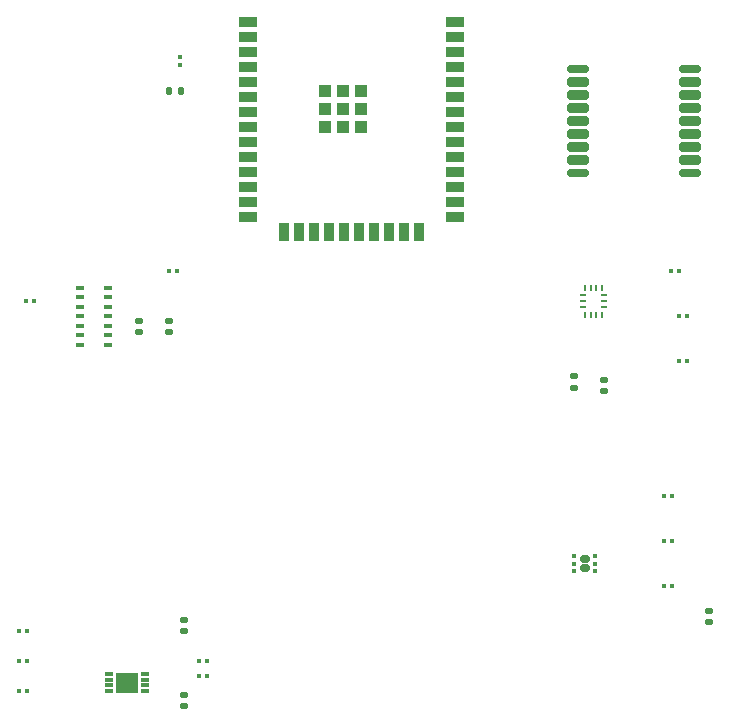
<source format=gbr>
%TF.GenerationSoftware,KiCad,Pcbnew,7.0.9*%
%TF.CreationDate,2023-12-04T17:32:10-03:00*%
%TF.ProjectId,aussistente,61757373-6973-4746-956e-74652e6b6963,rev?*%
%TF.SameCoordinates,Original*%
%TF.FileFunction,Paste,Top*%
%TF.FilePolarity,Positive*%
%FSLAX46Y46*%
G04 Gerber Fmt 4.6, Leading zero omitted, Abs format (unit mm)*
G04 Created by KiCad (PCBNEW 7.0.9) date 2023-12-04 17:32:10*
%MOMM*%
%LPD*%
G01*
G04 APERTURE LIST*
G04 Aperture macros list*
%AMRoundRect*
0 Rectangle with rounded corners*
0 $1 Rounding radius*
0 $2 $3 $4 $5 $6 $7 $8 $9 X,Y pos of 4 corners*
0 Add a 4 corners polygon primitive as box body*
4,1,4,$2,$3,$4,$5,$6,$7,$8,$9,$2,$3,0*
0 Add four circle primitives for the rounded corners*
1,1,$1+$1,$2,$3*
1,1,$1+$1,$4,$5*
1,1,$1+$1,$6,$7*
1,1,$1+$1,$8,$9*
0 Add four rect primitives between the rounded corners*
20,1,$1+$1,$2,$3,$4,$5,0*
20,1,$1+$1,$4,$5,$6,$7,0*
20,1,$1+$1,$6,$7,$8,$9,0*
20,1,$1+$1,$8,$9,$2,$3,0*%
G04 Aperture macros list end*
%ADD10RoundRect,0.079500X0.079500X0.100500X-0.079500X0.100500X-0.079500X-0.100500X0.079500X-0.100500X0*%
%ADD11RoundRect,0.160000X-0.245000X-0.160000X0.245000X-0.160000X0.245000X0.160000X-0.245000X0.160000X0*%
%ADD12RoundRect,0.093750X-0.093750X-0.106250X0.093750X-0.106250X0.093750X0.106250X-0.093750X0.106250X0*%
%ADD13R,1.500000X0.900000*%
%ADD14R,0.900000X1.500000*%
%ADD15R,1.050000X1.050000*%
%ADD16RoundRect,0.079500X-0.079500X-0.100500X0.079500X-0.100500X0.079500X0.100500X-0.079500X0.100500X0*%
%ADD17RoundRect,0.087500X-0.287500X-0.087500X0.287500X-0.087500X0.287500X0.087500X-0.287500X0.087500X0*%
%ADD18RoundRect,0.140000X-0.170000X0.140000X-0.170000X-0.140000X0.170000X-0.140000X0.170000X0.140000X0*%
%ADD19RoundRect,0.140000X0.140000X0.170000X-0.140000X0.170000X-0.140000X-0.170000X0.140000X-0.170000X0*%
%ADD20R,0.250000X0.475000*%
%ADD21R,0.475000X0.250000*%
%ADD22RoundRect,0.140000X0.170000X-0.140000X0.170000X0.140000X-0.170000X0.140000X-0.170000X-0.140000X0*%
%ADD23R,1.900000X1.750000*%
%ADD24R,0.750000X0.300000*%
%ADD25RoundRect,0.175000X-0.725000X-0.175000X0.725000X-0.175000X0.725000X0.175000X-0.725000X0.175000X0*%
%ADD26RoundRect,0.200000X-0.700000X-0.200000X0.700000X-0.200000X0.700000X0.200000X-0.700000X0.200000X0*%
%ADD27RoundRect,0.079500X-0.100500X0.079500X-0.100500X-0.079500X0.100500X-0.079500X0.100500X0.079500X0*%
G04 APERTURE END LIST*
D10*
%TO.C,R2*%
X140390000Y-110490000D03*
X139700000Y-110490000D03*
%TD*%
D11*
%TO.C,U3*%
X132967500Y-111980000D03*
X132967500Y-112780000D03*
D12*
X132080000Y-111730000D03*
X132080000Y-112380000D03*
X132080000Y-113030000D03*
X133855000Y-113030000D03*
X133855000Y-112380000D03*
X133855000Y-111730000D03*
%TD*%
D10*
%TO.C,R9*%
X101020000Y-120650000D03*
X100330000Y-120650000D03*
%TD*%
D13*
%TO.C,U1*%
X104452500Y-66555000D03*
X104452500Y-67825000D03*
X104452500Y-69095000D03*
X104452500Y-70365000D03*
X104452500Y-71635000D03*
X104452500Y-72905000D03*
X104452500Y-74175000D03*
X104452500Y-75445000D03*
X104452500Y-76715000D03*
X104452500Y-77985000D03*
X104452500Y-79255000D03*
X104452500Y-80525000D03*
X104452500Y-81795000D03*
X104452500Y-83065000D03*
D14*
X107492500Y-84315000D03*
X108762500Y-84315000D03*
X110032500Y-84315000D03*
X111302500Y-84315000D03*
X112572500Y-84315000D03*
X113842500Y-84315000D03*
X115112500Y-84315000D03*
X116382500Y-84315000D03*
X117652500Y-84315000D03*
X118922500Y-84315000D03*
D13*
X121952500Y-83065000D03*
X121952500Y-81795000D03*
X121952500Y-80525000D03*
X121952500Y-79255000D03*
X121952500Y-77985000D03*
X121952500Y-76715000D03*
X121952500Y-75445000D03*
X121952500Y-74175000D03*
X121952500Y-72905000D03*
X121952500Y-71635000D03*
X121952500Y-70365000D03*
X121952500Y-69095000D03*
X121952500Y-67825000D03*
X121952500Y-66555000D03*
D15*
X110997500Y-72370000D03*
X110997500Y-73895000D03*
X110997500Y-75420000D03*
X112522500Y-72370000D03*
X112522500Y-73895000D03*
X112522500Y-75420000D03*
X114047500Y-72370000D03*
X114047500Y-73895000D03*
X114047500Y-75420000D03*
%TD*%
D10*
%TO.C,R8*%
X141660000Y-91440000D03*
X140970000Y-91440000D03*
%TD*%
D16*
%TO.C,R13*%
X85780000Y-120650000D03*
X85090000Y-120650000D03*
%TD*%
D17*
%TO.C,U4*%
X90240000Y-89040000D03*
X90240000Y-89840000D03*
X90240000Y-90640000D03*
X90240000Y-91440000D03*
X90240000Y-92240000D03*
X90240000Y-93040000D03*
X90240000Y-93840000D03*
X92640000Y-93840000D03*
X92640000Y-93040000D03*
X92640000Y-92240000D03*
X92640000Y-91440000D03*
X92640000Y-90640000D03*
X92640000Y-89840000D03*
X92640000Y-89040000D03*
%TD*%
D18*
%TO.C,C7*%
X99060000Y-123500000D03*
X99060000Y-124460000D03*
%TD*%
%TO.C,C3*%
X97790000Y-91790000D03*
X97790000Y-92750000D03*
%TD*%
%TO.C,C5*%
X132080000Y-96520000D03*
X132080000Y-97480000D03*
%TD*%
%TO.C,C4*%
X134620000Y-96830000D03*
X134620000Y-97790000D03*
%TD*%
D10*
%TO.C,R15*%
X140970000Y-87630000D03*
X140280000Y-87630000D03*
%TD*%
D16*
%TO.C,R11*%
X85780000Y-118110000D03*
X85090000Y-118110000D03*
%TD*%
D19*
%TO.C,C8*%
X98750000Y-72390000D03*
X97790000Y-72390000D03*
%TD*%
D20*
%TO.C,U2*%
X134457500Y-89007500D03*
X133957500Y-89007500D03*
X133457500Y-89007500D03*
X132957500Y-89007500D03*
D21*
X132795000Y-89670000D03*
X132795000Y-90170000D03*
X132795000Y-90670000D03*
D20*
X132957500Y-91332500D03*
X133457500Y-91332500D03*
X133957500Y-91332500D03*
X134457500Y-91332500D03*
D21*
X134620000Y-90670000D03*
X134620000Y-90170000D03*
X134620000Y-89670000D03*
%TD*%
D18*
%TO.C,C2*%
X95250000Y-91790000D03*
X95250000Y-92750000D03*
%TD*%
D10*
%TO.C,R1*%
X140390000Y-106680000D03*
X139700000Y-106680000D03*
%TD*%
D22*
%TO.C,C6*%
X99060000Y-118110000D03*
X99060000Y-117150000D03*
%TD*%
D10*
%TO.C,R4*%
X98480000Y-87630000D03*
X97790000Y-87630000D03*
%TD*%
D16*
%TO.C,R5*%
X85670000Y-90170000D03*
X86360000Y-90170000D03*
%TD*%
D10*
%TO.C,R10*%
X101020000Y-121920000D03*
X100330000Y-121920000D03*
%TD*%
D23*
%TO.C,IC1*%
X94210000Y-122440000D03*
D24*
X92710000Y-123190000D03*
X92710000Y-122690000D03*
X92710000Y-122190000D03*
X92710000Y-121690000D03*
X95710000Y-121690000D03*
X95710000Y-122190000D03*
X95710000Y-122690000D03*
X95710000Y-123190000D03*
%TD*%
D25*
%TO.C,U5*%
X132410000Y-70510000D03*
D26*
X132410000Y-71610000D03*
X132410000Y-72710000D03*
X132410000Y-73810000D03*
X132410000Y-74910000D03*
X132410000Y-76010000D03*
X132410000Y-77110000D03*
X132410000Y-78210000D03*
D25*
X132410000Y-79310000D03*
X141910000Y-79310000D03*
D26*
X141910000Y-78210000D03*
X141910000Y-77110000D03*
X141910000Y-76010000D03*
X141910000Y-74910000D03*
X141910000Y-73810000D03*
X141910000Y-72710000D03*
X141910000Y-71610000D03*
D25*
X141910000Y-70510000D03*
%TD*%
D10*
%TO.C,R3*%
X140390000Y-114300000D03*
X139700000Y-114300000D03*
%TD*%
%TO.C,R7*%
X141660000Y-95250000D03*
X140970000Y-95250000D03*
%TD*%
D22*
%TO.C,C1*%
X143510000Y-117320000D03*
X143510000Y-116360000D03*
%TD*%
D16*
%TO.C,R12*%
X85780000Y-123190000D03*
X85090000Y-123190000D03*
%TD*%
D27*
%TO.C,R14*%
X98715000Y-69505000D03*
X98715000Y-70195000D03*
%TD*%
M02*

</source>
